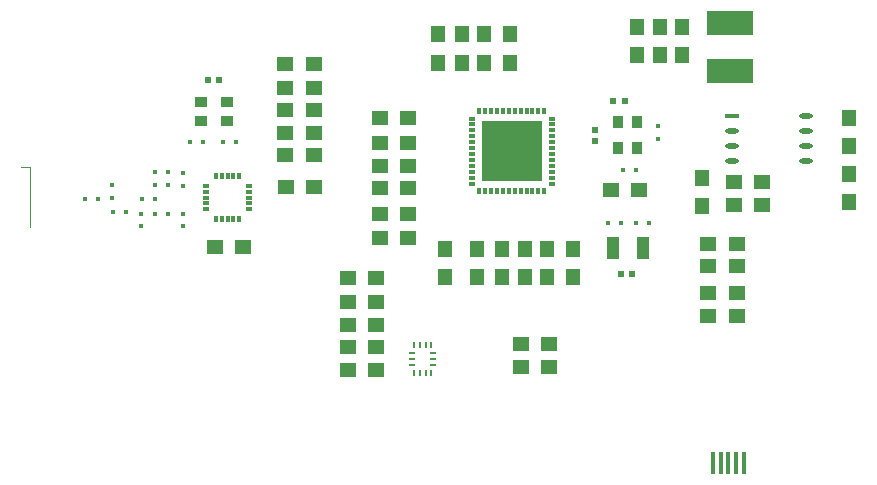
<source format=gtp>
G04*
G04 #@! TF.GenerationSoftware,Altium Limited,Altium Designer,22.11.1 (43)*
G04*
G04 Layer_Color=8421504*
%FSLAX44Y44*%
%MOMM*%
G71*
G04*
G04 #@! TF.SameCoordinates,6325C8D2-15E4-4679-A439-48E371F70F26*
G04*
G04*
G04 #@! TF.FilePolarity,Positive*
G04*
G01*
G75*
%ADD21C,0.1000*%
%ADD22R,1.4000X1.2500*%
%ADD23R,0.4000X1.8500*%
%ADD24R,0.5500X0.3000*%
%ADD25R,0.5000X0.3000*%
%ADD26R,0.3000X0.5000*%
%ADD27R,0.3000X0.5500*%
%ADD28R,5.2000X5.2000*%
%ADD29R,1.1500X0.4300*%
%ADD30O,1.1500X0.4300*%
%ADD31R,1.2500X1.4000*%
%ADD32R,0.4750X0.2500*%
%ADD33R,0.2500X0.4750*%
%ADD34R,0.9000X1.0000*%
%ADD35R,0.9000X1.0000*%
%ADD36R,1.0000X0.9000*%
%ADD37R,1.0000X0.9000*%
%ADD38R,1.1000X1.9000*%
%ADD39R,4.0000X2.0000*%
%ADD40R,0.5200X0.4700*%
%ADD41R,0.4700X0.5200*%
%ADD42R,0.4200X0.4200*%
%ADD43R,0.4200X0.4200*%
D21*
X411580Y490120D02*
Y541120D01*
X404580D02*
X411580D01*
D22*
X652080Y551180D02*
D03*
X628080D02*
D03*
X652080Y570230D02*
D03*
X628080D02*
D03*
X652080Y589280D02*
D03*
X628080D02*
D03*
Y608330D02*
D03*
X652080D02*
D03*
X628080Y628650D02*
D03*
X652080D02*
D03*
X708090Y582930D02*
D03*
X732090D02*
D03*
X827470Y391160D02*
D03*
X851470D02*
D03*
X827470Y372110D02*
D03*
X851470D02*
D03*
X680720Y447040D02*
D03*
X704720D02*
D03*
X568390Y473710D02*
D03*
X592390D02*
D03*
X1010220Y434340D02*
D03*
X986220D02*
D03*
X708090Y501650D02*
D03*
X732090D02*
D03*
X680720Y426720D02*
D03*
X704720D02*
D03*
X1010220Y415290D02*
D03*
X986220D02*
D03*
Y457200D02*
D03*
X1010220D02*
D03*
X986220Y476250D02*
D03*
X1010220D02*
D03*
X1007810Y509270D02*
D03*
X1031810D02*
D03*
Y528320D02*
D03*
X1007810D02*
D03*
X903670Y521970D02*
D03*
X927670D02*
D03*
X732090Y523240D02*
D03*
X708090D02*
D03*
X732090Y542290D02*
D03*
X708090D02*
D03*
X732090Y561340D02*
D03*
X708090D02*
D03*
Y481330D02*
D03*
X732090D02*
D03*
X704720Y407670D02*
D03*
X680720D02*
D03*
X704720Y388620D02*
D03*
X680720D02*
D03*
X704720Y369570D02*
D03*
X680720D02*
D03*
X628650Y524510D02*
D03*
X652650D02*
D03*
D23*
X1003000Y290830D02*
D03*
X1009500D02*
D03*
X990000D02*
D03*
X996500D02*
D03*
X1016000D02*
D03*
D24*
X785940Y542050D02*
D03*
Y547050D02*
D03*
X853440Y567050D02*
D03*
Y527050D02*
D03*
Y532050D02*
D03*
Y537050D02*
D03*
Y542050D02*
D03*
Y547050D02*
D03*
Y552050D02*
D03*
Y562050D02*
D03*
Y572050D02*
D03*
Y577050D02*
D03*
Y582050D02*
D03*
X785940D02*
D03*
Y577050D02*
D03*
Y572050D02*
D03*
Y567050D02*
D03*
Y562050D02*
D03*
Y557050D02*
D03*
Y552050D02*
D03*
Y537050D02*
D03*
Y532050D02*
D03*
Y527050D02*
D03*
X853440Y557050D02*
D03*
D25*
X597290Y505150D02*
D03*
Y510150D02*
D03*
Y515150D02*
D03*
Y520150D02*
D03*
Y525150D02*
D03*
X560790D02*
D03*
Y520150D02*
D03*
Y515150D02*
D03*
Y510150D02*
D03*
Y505150D02*
D03*
D26*
X589040Y533400D02*
D03*
X584040D02*
D03*
X579040D02*
D03*
X574040D02*
D03*
X569040D02*
D03*
Y496900D02*
D03*
X574040D02*
D03*
X579040D02*
D03*
X584040D02*
D03*
X589040D02*
D03*
D27*
X847190Y588300D02*
D03*
X842190D02*
D03*
X837190D02*
D03*
X832190D02*
D03*
X827190D02*
D03*
X822190D02*
D03*
X817190D02*
D03*
X812190D02*
D03*
X807190D02*
D03*
X802190D02*
D03*
X797190D02*
D03*
X792190D02*
D03*
Y520800D02*
D03*
X797190D02*
D03*
X802190D02*
D03*
X807190D02*
D03*
X812190D02*
D03*
X817190D02*
D03*
X822190D02*
D03*
X827190D02*
D03*
X832190D02*
D03*
X837190D02*
D03*
X842190D02*
D03*
X847190D02*
D03*
D28*
X819658Y554482D02*
D03*
D29*
X1005840Y584200D02*
D03*
D30*
Y571500D02*
D03*
Y558800D02*
D03*
Y546100D02*
D03*
X1068840Y584200D02*
D03*
Y571500D02*
D03*
Y558800D02*
D03*
Y546100D02*
D03*
D31*
X1104900Y558800D02*
D03*
Y582800D02*
D03*
X963930Y635700D02*
D03*
Y659700D02*
D03*
X980440Y508130D02*
D03*
Y532130D02*
D03*
X1104900Y511240D02*
D03*
Y535240D02*
D03*
X789940Y447740D02*
D03*
Y471740D02*
D03*
X817880Y653350D02*
D03*
Y629350D02*
D03*
X763270Y447740D02*
D03*
Y471740D02*
D03*
X871220Y447740D02*
D03*
Y471740D02*
D03*
X796290Y653350D02*
D03*
Y629350D02*
D03*
X811530Y471740D02*
D03*
Y447740D02*
D03*
X830580Y471740D02*
D03*
Y447740D02*
D03*
X849630Y471740D02*
D03*
Y447740D02*
D03*
X756920Y653350D02*
D03*
Y629350D02*
D03*
X777240D02*
D03*
Y653350D02*
D03*
X925830Y635700D02*
D03*
Y659700D02*
D03*
X944880Y635700D02*
D03*
Y659700D02*
D03*
D32*
X735095Y383460D02*
D03*
Y378460D02*
D03*
Y373460D02*
D03*
X753345D02*
D03*
Y378460D02*
D03*
Y383460D02*
D03*
D33*
X736720Y366835D02*
D03*
X741720D02*
D03*
X746720D02*
D03*
X751720D02*
D03*
Y390085D02*
D03*
X746720D02*
D03*
X741720D02*
D03*
X736720D02*
D03*
D34*
X925830Y557530D02*
D03*
X909830Y579530D02*
D03*
X925830D02*
D03*
D35*
X909830Y557530D02*
D03*
D36*
X556260Y580390D02*
D03*
X578260Y596390D02*
D03*
Y580390D02*
D03*
D37*
X556260Y596390D02*
D03*
D38*
X930510Y472440D02*
D03*
X905510D02*
D03*
D39*
X1004570Y622120D02*
D03*
Y663120D02*
D03*
D40*
X890270Y572490D02*
D03*
Y562890D02*
D03*
D41*
X921740Y450850D02*
D03*
X912140D02*
D03*
X905790Y596900D02*
D03*
X915390D02*
D03*
X572210Y614680D02*
D03*
X562610D02*
D03*
D42*
X517740Y501650D02*
D03*
X528740D02*
D03*
X506310Y514350D02*
D03*
X517310D02*
D03*
X482180Y502920D02*
D03*
X493180D02*
D03*
X900860Y494030D02*
D03*
X911860D02*
D03*
X924560D02*
D03*
X935560D02*
D03*
X924980Y538480D02*
D03*
X913980D02*
D03*
X469050Y514350D02*
D03*
X458050D02*
D03*
X528740Y525780D02*
D03*
X517740D02*
D03*
Y537210D02*
D03*
X528740D02*
D03*
X546950Y562610D02*
D03*
X557950D02*
D03*
X585890Y562610D02*
D03*
X574890D02*
D03*
D43*
X541020Y525360D02*
D03*
Y536360D02*
D03*
X943610Y564730D02*
D03*
Y575730D02*
D03*
X541020Y501650D02*
D03*
Y490650D02*
D03*
X505460Y501650D02*
D03*
Y490650D02*
D03*
X481330Y526200D02*
D03*
Y515200D02*
D03*
M02*

</source>
